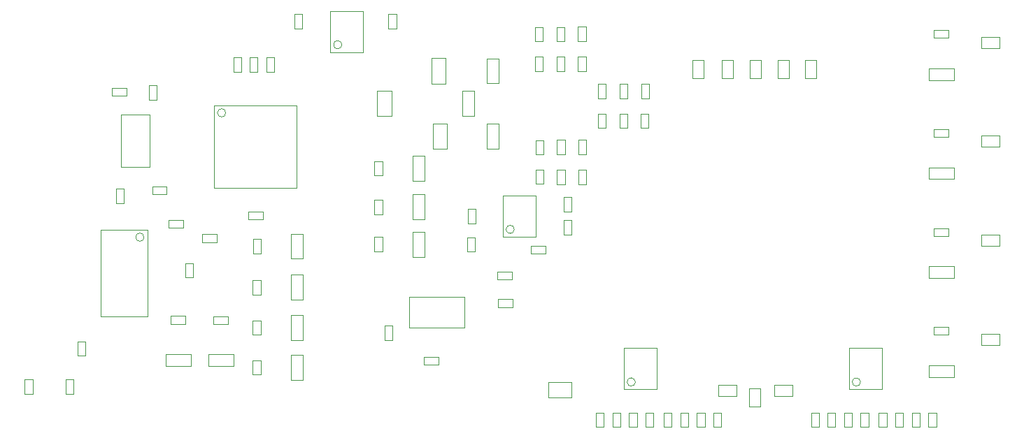
<source format=gbr>
%TF.GenerationSoftware,Altium Limited,Altium Designer,19.1.8 (144)*%
G04 Layer_Color=16711935*
%FSLAX26Y26*%
%MOIN*%
%TF.FileFunction,Other,Mechanical_13*%
%TF.Part,Single*%
G01*
G75*
%TA.AperFunction,NonConductor*%
%ADD86C,0.003937*%
D86*
X4241142Y259831D02*
G03*
X4241142Y259831I-19685J0D01*
G01*
X3168307D02*
G03*
X3168307Y259831I-19685J0D01*
G01*
X1769685Y1869095D02*
G03*
X1769685Y1869095I-19685J0D01*
G01*
X826772Y950788D02*
G03*
X826772Y950788I-19685J0D01*
G01*
X1216535Y1544291D02*
G03*
X1216535Y1544291I-19685J0D01*
G01*
X2591535Y988189D02*
G03*
X2591535Y988189I-19685J0D01*
G01*
X4186024Y421248D02*
X4343504D01*
X4186024Y224398D02*
X4343504D01*
Y421248D01*
X4186024Y224398D02*
Y421248D01*
X3113189D02*
X3270669D01*
X3113189Y224398D02*
X3270669D01*
Y421248D01*
X3113189Y224398D02*
Y421248D01*
X4564961Y44291D02*
X4602362D01*
X4564961Y113189D02*
X4602362D01*
Y44291D02*
Y113189D01*
X4564961Y44291D02*
Y113189D01*
X4486221Y44291D02*
X4523623D01*
X4486221Y113189D02*
X4523623D01*
Y44291D02*
Y113189D01*
X4486221Y44291D02*
Y113189D01*
X4407481D02*
X4444882D01*
X4407481Y44291D02*
X4444882D01*
X4407481D02*
Y113189D01*
X4444882Y44291D02*
Y113189D01*
X4328741Y113189D02*
X4366142D01*
X4328741Y44291D02*
X4366142D01*
X4328741D02*
Y113189D01*
X4366142Y44291D02*
Y113189D01*
X4242126Y44291D02*
X4279527D01*
X4242126Y113189D02*
X4279527D01*
Y44291D02*
Y113189D01*
X4242126Y44291D02*
Y113189D01*
X4084646Y113189D02*
X4122047D01*
X4084646Y44291D02*
X4122047D01*
X4084646D02*
Y113189D01*
X4122047Y44291D02*
Y113189D01*
X4163386Y44291D02*
X4200788D01*
X4163386Y113189D02*
X4200788D01*
Y44291D02*
Y113189D01*
X4163386Y44291D02*
Y113189D01*
X4005906Y113189D02*
X4043307D01*
X4005906Y44291D02*
X4043307D01*
X4005906D02*
Y113189D01*
X4043307Y44291D02*
Y113189D01*
X3060039Y113189D02*
X3097441D01*
X3060039Y44291D02*
X3097441D01*
X3060039D02*
Y113189D01*
X3097441Y44291D02*
Y113189D01*
X2981299Y113189D02*
X3018701D01*
X2981299Y44291D02*
X3018701D01*
X2981299D02*
Y113189D01*
X3018701Y44291D02*
Y113189D01*
X3138779Y44291D02*
X3176181D01*
X3138779Y113189D02*
X3176181D01*
Y44291D02*
Y113189D01*
X3138779Y44291D02*
Y113189D01*
X3217519Y44291D02*
X3254921D01*
X3217519Y113189D02*
X3254921D01*
Y44291D02*
Y113189D01*
X3217519Y44291D02*
Y113189D01*
X3304134D02*
X3341535D01*
X3304134Y44291D02*
X3341535D01*
X3304134D02*
Y113189D01*
X3341535Y44291D02*
Y113189D01*
X3382874Y113189D02*
X3420276D01*
X3382874Y44291D02*
X3420276D01*
X3382874D02*
Y113189D01*
X3420276Y44291D02*
Y113189D01*
X3461614Y44291D02*
X3499016D01*
X3461614Y113189D02*
X3499016D01*
Y44291D02*
Y113189D01*
X3461614Y44291D02*
Y113189D01*
X3540354Y44291D02*
X3577756D01*
X3540354Y113189D02*
X3577756D01*
Y44291D02*
Y113189D01*
X3540354Y44291D02*
Y113189D01*
X2090945Y519685D02*
Y665354D01*
X2354724Y519685D02*
Y665354D01*
X2090945D02*
X2354724D01*
X2090945Y519685D02*
X2354724D01*
X2161417Y378937D02*
X2230315D01*
X2161417Y341536D02*
X2230315D01*
Y378937D01*
X2161417Y341536D02*
Y378937D01*
X2990158Y1471969D02*
Y1540866D01*
X3027559Y1471969D02*
Y1540866D01*
X2990158D02*
X3027559D01*
X2990158Y1471969D02*
X3027559D01*
X3092520Y1471457D02*
Y1540354D01*
X3129921Y1471457D02*
Y1540354D01*
X3092520D02*
X3129921D01*
X3092520Y1471457D02*
X3129921D01*
X3194882D02*
Y1540354D01*
X3232284Y1471457D02*
Y1540354D01*
X3194882D02*
X3232284D01*
X3194882Y1471457D02*
X3232284D01*
X3233268Y1614173D02*
Y1683071D01*
X3195866Y1614173D02*
Y1683071D01*
Y1614173D02*
X3233268D01*
X3195866Y1683071D02*
X3233268D01*
X3129921Y1613189D02*
Y1682087D01*
X3092520Y1613189D02*
Y1682087D01*
Y1613189D02*
X3129921D01*
X3092520Y1682087D02*
X3129921D01*
X3027559Y1612717D02*
Y1681614D01*
X2990158Y1612717D02*
Y1681614D01*
Y1612717D02*
X3027559D01*
X2990158Y1681614D02*
X3027559D01*
X2895669Y1885827D02*
Y1954725D01*
X2933071Y1885827D02*
Y1954725D01*
X2895669D02*
X2933071D01*
X2895669Y1885827D02*
X2933071D01*
X2830709Y1884843D02*
Y1953740D01*
X2793307Y1884843D02*
Y1953740D01*
Y1884843D02*
X2830709D01*
X2793307Y1953740D02*
X2830709D01*
X2728347Y1884370D02*
Y1953268D01*
X2690945Y1884370D02*
Y1953268D01*
Y1884370D02*
X2728347D01*
X2690945Y1953268D02*
X2728347D01*
Y1743622D02*
Y1812520D01*
X2690945Y1743622D02*
Y1812520D01*
Y1743622D02*
X2728347D01*
X2690945Y1812520D02*
X2728347D01*
X2830709Y1743110D02*
Y1812008D01*
X2793307Y1743110D02*
Y1812008D01*
Y1743110D02*
X2830709D01*
X2793307Y1812008D02*
X2830709D01*
X2933071Y1743110D02*
Y1812008D01*
X2895669Y1743110D02*
Y1812008D01*
Y1743110D02*
X2933071D01*
X2895669Y1812008D02*
X2933071D01*
X2935039Y1203740D02*
Y1272638D01*
X2897638Y1203740D02*
Y1272638D01*
Y1203740D02*
X2935039D01*
X2897638Y1272638D02*
X2935039D01*
X2795276Y1203740D02*
Y1272638D01*
X2832677Y1203740D02*
Y1272638D01*
X2795276D02*
X2832677D01*
X2795276Y1203740D02*
X2832677D01*
X2692914Y1204252D02*
Y1273150D01*
X2730315Y1204252D02*
Y1273150D01*
X2692914D02*
X2730315D01*
X2692914Y1204252D02*
X2730315D01*
X2730315Y1345000D02*
Y1413898D01*
X2692914Y1345000D02*
Y1413898D01*
Y1345000D02*
X2730315D01*
X2692914Y1413898D02*
X2730315D01*
X2832677Y1345473D02*
Y1414370D01*
X2795276Y1345473D02*
Y1414370D01*
Y1345473D02*
X2832677D01*
X2795276Y1414370D02*
X2832677D01*
X2897638Y1346457D02*
Y1415354D01*
X2935039Y1346457D02*
Y1415354D01*
X2897638D02*
X2935039D01*
X2897638Y1346457D02*
X2935039D01*
X2029528Y1945866D02*
Y2014764D01*
X1992126Y1945866D02*
Y2014764D01*
Y1945866D02*
X2029528D01*
X1992126Y2014764D02*
X2029528D01*
X1714567Y1833661D02*
Y2030512D01*
X1872047Y1833661D02*
Y2030512D01*
X1714567Y1833661D02*
X1872047D01*
X1714567Y2030512D02*
X1872047D01*
X2197638Y1683071D02*
X2264567D01*
X2197638Y1805118D02*
X2264567D01*
X2197638Y1683071D02*
Y1805118D01*
X2264567Y1683071D02*
Y1805118D01*
X1938976Y1527559D02*
X2005906D01*
X1938976Y1649606D02*
X2005906D01*
X1938976Y1527559D02*
Y1649606D01*
X2005906Y1527559D02*
Y1649606D01*
X2202756Y1372047D02*
X2269685D01*
X2202756Y1494094D02*
X2269685D01*
X2202756Y1372047D02*
Y1494094D01*
X2269685Y1372047D02*
Y1494094D01*
X2460630Y1373228D02*
Y1492913D01*
X2515748Y1373228D02*
Y1492913D01*
X2460630Y1373228D02*
X2515748D01*
X2460630Y1492913D02*
X2515748D01*
X2460630Y1684252D02*
Y1803937D01*
X2515748Y1684252D02*
Y1803937D01*
X2460630Y1684252D02*
X2515748D01*
X2460630Y1803937D02*
X2515748D01*
X2344488Y1529725D02*
Y1649410D01*
X2399606Y1529725D02*
Y1649410D01*
X2344488Y1529725D02*
X2399606D01*
X2344488Y1649410D02*
X2399606D01*
X1544291Y1945866D02*
Y2014764D01*
X1581693Y1945866D02*
Y2014764D01*
X1544291D02*
X1581693D01*
X1544291Y1945866D02*
X1581693D01*
X1972441Y527638D02*
X2009843D01*
X1972441Y458740D02*
X2009843D01*
X1972441D02*
Y527638D01*
X2009843Y458740D02*
Y527638D01*
X842520Y572835D02*
Y986221D01*
X622047Y572835D02*
Y986221D01*
X842520D01*
X622047Y572835D02*
X842520D01*
X4685827Y755866D02*
Y810984D01*
X4566142Y755866D02*
Y810984D01*
Y755866D02*
X4685827D01*
X4566142Y810984D02*
X4685827D01*
X4660433Y1901535D02*
Y1938937D01*
X4591536Y1901535D02*
Y1938937D01*
X4660433D01*
X4591536Y1901535D02*
X4660433D01*
X4685827Y1700748D02*
Y1755866D01*
X4566142Y1700748D02*
Y1755866D01*
Y1700748D02*
X4685827D01*
X4566142Y1755866D02*
X4685827D01*
Y1228307D02*
Y1283425D01*
X4566142Y1228307D02*
Y1283425D01*
Y1228307D02*
X4685827D01*
X4566142Y1283425D02*
X4685827D01*
X4660433Y1429094D02*
Y1466496D01*
X4591535Y1429094D02*
Y1466496D01*
X4660433D01*
X4591535Y1429094D02*
X4660433D01*
X4660433Y956654D02*
Y994055D01*
X4591536Y956654D02*
Y994055D01*
X4660433D01*
X4591536Y956654D02*
X4660433D01*
X4685827Y283425D02*
Y338543D01*
X4566142Y283425D02*
Y338543D01*
Y283425D02*
X4685827D01*
X4566142Y338543D02*
X4685827D01*
X4660433Y484213D02*
Y521614D01*
X4591536Y484213D02*
Y521614D01*
X4660433D01*
X4591536Y484213D02*
X4660433D01*
X4815945Y910433D02*
X4902559D01*
X4815945Y963583D02*
X4902559D01*
X4815945Y910433D02*
Y963583D01*
X4902559Y910433D02*
Y963583D01*
X4815945Y1854062D02*
X4902559D01*
X4815945Y1907212D02*
X4902559D01*
X4815945Y1854062D02*
Y1907212D01*
X4902559Y1854062D02*
Y1907212D01*
X4815945Y1382874D02*
X4902559D01*
X4815945Y1436024D02*
X4902559D01*
X4815945Y1382874D02*
Y1436024D01*
X4902559Y1382874D02*
Y1436024D01*
X4815945Y437008D02*
X4902559D01*
X4815945Y490158D02*
X4902559D01*
X4815945Y437008D02*
Y490158D01*
X4902559Y437008D02*
Y490158D01*
X717913Y1534449D02*
X852953D01*
X717913Y1284449D02*
Y1534449D01*
X852953Y1284449D02*
Y1534449D01*
X717913Y1284449D02*
X852953D01*
X1161417Y1579724D02*
X1555118D01*
X1161417Y1186024D02*
X1555118D01*
X1161417D02*
Y1579724D01*
X1555118Y1186024D02*
Y1579724D01*
X2536417Y1149606D02*
X2693898D01*
X2536417Y952756D02*
X2693898D01*
Y1149606D01*
X2536417Y952756D02*
Y1149606D01*
X258858Y271654D02*
X296260D01*
X258858Y202756D02*
X296260D01*
X258858D02*
Y271654D01*
X296260Y202756D02*
Y271654D01*
X452756D02*
X490158D01*
X452756Y202756D02*
X490158D01*
X452756D02*
Y271654D01*
X490158Y202756D02*
Y271654D01*
X849409Y1606299D02*
X886811D01*
X849409Y1675197D02*
X886811D01*
Y1606299D02*
Y1675197D01*
X849409Y1606299D02*
Y1675197D01*
X935039Y1154527D02*
Y1191929D01*
X866142Y1154527D02*
Y1191929D01*
X935039D01*
X866142Y1154527D02*
X935039D01*
X944882Y995079D02*
Y1032480D01*
X1013779Y995079D02*
Y1032480D01*
X944882Y995079D02*
X1013779D01*
X944882Y1032480D02*
X1013779D01*
X954961Y537480D02*
Y574882D01*
X1023858Y537480D02*
Y574882D01*
X954961Y537480D02*
X1023858D01*
X954961Y574882D02*
X1023858D01*
X1104331Y927165D02*
Y964567D01*
X1173228Y927165D02*
Y964567D01*
X1104331Y927165D02*
X1173228D01*
X1104331Y964567D02*
X1173228D01*
X1158465Y536417D02*
Y573819D01*
X1227362Y536417D02*
Y573819D01*
X1158465Y536417D02*
X1227362D01*
X1158465Y573819D02*
X1227362D01*
X1345472Y746063D02*
X1382874D01*
X1345472Y677165D02*
X1382874D01*
X1345472D02*
Y746063D01*
X1382874Y677165D02*
Y746063D01*
X1345472Y553229D02*
X1382874D01*
X1345472Y484331D02*
X1382874D01*
X1345472D02*
Y553229D01*
X1382874Y484331D02*
Y553229D01*
X1345524Y364161D02*
X1382925D01*
X1345524Y295264D02*
X1382925D01*
X1345524D02*
Y364161D01*
X1382925Y295264D02*
Y364161D01*
X1345760Y942040D02*
X1383161D01*
X1345760Y873143D02*
X1383161D01*
X1345760D02*
Y942040D01*
X1383161Y873143D02*
Y942040D01*
X1925197Y1313898D02*
X1962598D01*
X1925197Y1245000D02*
X1962598D01*
X1925197D02*
Y1313898D01*
X1962598Y1245000D02*
Y1313898D01*
X1925197Y1128859D02*
X1962599D01*
X1925197Y1059961D02*
X1962599D01*
X1925197D02*
Y1128859D01*
X1962599Y1059961D02*
Y1128859D01*
X1925197Y951693D02*
X1962599D01*
X1925197Y882795D02*
X1962599D01*
X1925197D02*
Y951693D01*
X1962599Y882795D02*
Y951693D01*
X2368110Y950788D02*
X2405512D01*
X2368110Y881890D02*
X2405512D01*
X2368110D02*
Y950788D01*
X2405512Y881890D02*
Y950788D01*
X2514764Y617126D02*
Y654528D01*
X2583661Y617126D02*
Y654528D01*
X2514764Y617126D02*
X2583661D01*
X2514764Y654528D02*
X2583661D01*
X2825787Y1141732D02*
X2863189D01*
X2825787Y1072835D02*
X2863189D01*
X2825787D02*
Y1141732D01*
X2863189Y1072835D02*
Y1141732D01*
X2825787Y1031496D02*
X2863189D01*
X2825787Y962598D02*
X2863189D01*
X2825787D02*
Y1031496D01*
X2863189Y962598D02*
Y1031496D01*
X3494095Y1709646D02*
Y1796260D01*
X3440945Y1709646D02*
Y1796260D01*
Y1709646D02*
X3494095D01*
X3440945Y1796260D02*
X3494095D01*
X3632874Y1709646D02*
Y1796260D01*
X3579724Y1709646D02*
Y1796260D01*
Y1709646D02*
X3632874D01*
X3579724Y1796260D02*
X3632874D01*
X3562992Y246063D02*
X3649606D01*
X3562992Y192913D02*
X3649606D01*
Y246063D01*
X3562992Y192913D02*
Y246063D01*
X3710435Y143701D02*
Y230315D01*
X3763584Y143701D02*
Y230315D01*
X3710435D02*
X3763584D01*
X3710435Y143701D02*
X3763584D01*
X3766732Y1709646D02*
Y1796260D01*
X3713583Y1709646D02*
Y1796260D01*
Y1709646D02*
X3766732D01*
X3713583Y1796260D02*
X3766732D01*
X3899606Y1709646D02*
Y1796260D01*
X3846457Y1709646D02*
Y1796260D01*
Y1709646D02*
X3899606D01*
X3846457Y1796260D02*
X3899606D01*
X3830709Y191929D02*
X3917323D01*
X3830709Y245079D02*
X3917323D01*
X3830709Y191929D02*
Y245079D01*
X3917323Y191929D02*
Y245079D01*
X4031496Y1709646D02*
Y1796260D01*
X3978347Y1709646D02*
Y1796260D01*
Y1709646D02*
X4031496D01*
X3978347Y1796260D02*
X4031496D01*
X1049252Y336693D02*
Y391811D01*
X929567Y336693D02*
Y391811D01*
Y336693D02*
X1049252D01*
X929567Y391811D02*
X1049252D01*
X1252756Y336693D02*
Y391811D01*
X1133071Y336693D02*
Y391811D01*
Y336693D02*
X1252756D01*
X1133071Y391811D02*
X1252756D01*
X1528543Y771457D02*
X1583661D01*
X1528543Y651772D02*
X1583661D01*
Y771457D01*
X1528543Y651772D02*
Y771457D01*
Y578622D02*
X1583661D01*
X1528543Y458937D02*
X1583661D01*
Y578622D01*
X1528543Y458937D02*
Y578622D01*
X1528594Y389555D02*
X1583713D01*
X1528594Y269870D02*
X1583713D01*
Y389555D01*
X1528594Y269870D02*
Y389555D01*
X1528831Y967434D02*
X1583949D01*
X1528831Y847749D02*
X1583949D01*
Y967434D01*
X1528831Y847749D02*
Y967434D01*
X2108268Y1339292D02*
X2163386D01*
X2108268Y1219607D02*
X2163386D01*
Y1339292D01*
X2108268Y1219607D02*
Y1339292D01*
X2108268Y1154252D02*
X2163386D01*
X2108268Y1034567D02*
X2163386D01*
Y1154252D01*
X2108268Y1034567D02*
Y1154252D01*
Y975118D02*
X2163386D01*
X2108268Y855433D02*
X2163386D01*
Y975118D01*
X2108268Y855433D02*
Y975118D01*
X2754921Y186024D02*
X2865158D01*
X2754921Y260827D02*
X2865158D01*
X2754921Y186024D02*
Y260827D01*
X2865158Y186024D02*
Y260827D01*
X510827Y385276D02*
X548228D01*
X510827Y454173D02*
X548228D01*
Y385276D02*
Y454173D01*
X510827Y385276D02*
Y454173D01*
X694882Y1112205D02*
X732283D01*
X694882Y1181102D02*
X732283D01*
Y1112205D02*
Y1181102D01*
X694882Y1112205D02*
Y1181102D01*
X743110Y1625984D02*
Y1663386D01*
X674213Y1625984D02*
Y1663386D01*
X743110D01*
X674213Y1625984D02*
X743110D01*
X1024606Y757874D02*
X1062008D01*
X1024606Y826772D02*
X1062008D01*
Y757874D02*
Y826772D01*
X1024606Y757874D02*
Y826772D01*
X1254921Y1808071D02*
X1292323D01*
X1254921Y1739173D02*
X1292323D01*
X1254921D02*
Y1808071D01*
X1292323Y1739173D02*
Y1808071D01*
X1330217Y1808071D02*
X1367618D01*
X1330217Y1739173D02*
X1367618D01*
X1330217D02*
Y1808071D01*
X1367618Y1739173D02*
Y1808071D01*
X1392717Y1035433D02*
Y1072835D01*
X1323819Y1035433D02*
Y1072835D01*
X1392717D01*
X1323819Y1035433D02*
X1392717D01*
X1410433Y1808071D02*
X1447835D01*
X1410433Y1739173D02*
X1447835D01*
X1410433D02*
Y1808071D01*
X1447835Y1739173D02*
Y1808071D01*
X2369095Y1016732D02*
X2406496D01*
X2369095Y1085630D02*
X2406496D01*
Y1016732D02*
Y1085630D01*
X2369095Y1016732D02*
Y1085630D01*
X2510827Y750000D02*
Y787402D01*
X2579724Y750000D02*
Y787402D01*
X2510827Y750000D02*
X2579724D01*
X2510827Y787402D02*
X2579724D01*
X2741142Y871063D02*
Y908465D01*
X2672244Y871063D02*
Y908465D01*
X2741142D01*
X2672244Y871063D02*
X2741142D01*
%TF.MD5,ede793eca8529fab22337599990b6753*%
M02*

</source>
